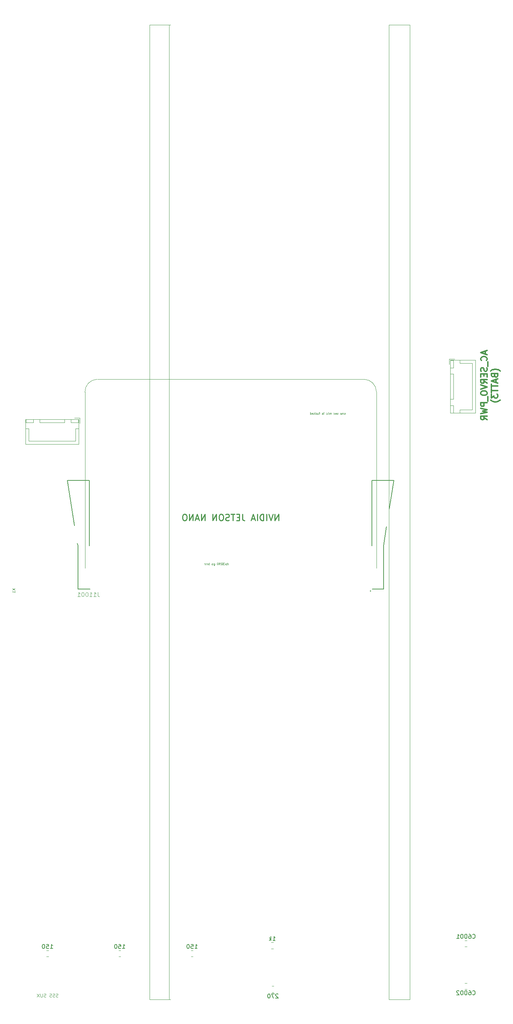
<source format=gbr>
%TF.GenerationSoftware,KiCad,Pcbnew,5.1.5+dfsg1-2build2*%
%TF.CreationDate,2020-11-09T16:20:19-06:00*%
%TF.ProjectId,TARS-MK1,54415253-2d4d-44b3-912e-6b696361645f,rev?*%
%TF.SameCoordinates,Original*%
%TF.FileFunction,Legend,Bot*%
%TF.FilePolarity,Positive*%
%FSLAX46Y46*%
G04 Gerber Fmt 4.6, Leading zero omitted, Abs format (unit mm)*
G04 Created by KiCad (PCBNEW 5.1.5+dfsg1-2build2) date 2020-11-09 16:20:19*
%MOMM*%
%LPD*%
G04 APERTURE LIST*
%ADD10C,0.100000*%
%ADD11C,0.300000*%
%ADD12C,0.050000*%
%ADD13C,0.120000*%
%ADD14C,0.127000*%
%ADD15C,0.200000*%
%ADD16C,0.150000*%
%ADD17C,0.015000*%
%ADD18C,0.250000*%
G04 APERTURE END LIST*
D10*
X210507670Y-271809249D02*
X210393384Y-271847344D01*
X210202908Y-271847344D01*
X210126718Y-271809249D01*
X210088622Y-271771154D01*
X210050527Y-271694963D01*
X210050527Y-271618773D01*
X210088622Y-271542582D01*
X210126718Y-271504487D01*
X210202908Y-271466392D01*
X210355289Y-271428297D01*
X210431480Y-271390201D01*
X210469575Y-271352106D01*
X210507670Y-271275916D01*
X210507670Y-271199725D01*
X210469575Y-271123535D01*
X210431480Y-271085440D01*
X210355289Y-271047344D01*
X210164813Y-271047344D01*
X210050527Y-271085440D01*
X209745765Y-271809249D02*
X209631480Y-271847344D01*
X209441003Y-271847344D01*
X209364813Y-271809249D01*
X209326718Y-271771154D01*
X209288622Y-271694963D01*
X209288622Y-271618773D01*
X209326718Y-271542582D01*
X209364813Y-271504487D01*
X209441003Y-271466392D01*
X209593384Y-271428297D01*
X209669575Y-271390201D01*
X209707670Y-271352106D01*
X209745765Y-271275916D01*
X209745765Y-271199725D01*
X209707670Y-271123535D01*
X209669575Y-271085440D01*
X209593384Y-271047344D01*
X209402908Y-271047344D01*
X209288622Y-271085440D01*
X208983860Y-271809249D02*
X208869575Y-271847344D01*
X208679099Y-271847344D01*
X208602908Y-271809249D01*
X208564813Y-271771154D01*
X208526718Y-271694963D01*
X208526718Y-271618773D01*
X208564813Y-271542582D01*
X208602908Y-271504487D01*
X208679099Y-271466392D01*
X208831480Y-271428297D01*
X208907670Y-271390201D01*
X208945765Y-271352106D01*
X208983860Y-271275916D01*
X208983860Y-271199725D01*
X208945765Y-271123535D01*
X208907670Y-271085440D01*
X208831480Y-271047344D01*
X208641003Y-271047344D01*
X208526718Y-271085440D01*
X207612432Y-271809249D02*
X207498146Y-271847344D01*
X207307670Y-271847344D01*
X207231480Y-271809249D01*
X207193384Y-271771154D01*
X207155289Y-271694963D01*
X207155289Y-271618773D01*
X207193384Y-271542582D01*
X207231480Y-271504487D01*
X207307670Y-271466392D01*
X207460051Y-271428297D01*
X207536241Y-271390201D01*
X207574337Y-271352106D01*
X207612432Y-271275916D01*
X207612432Y-271199725D01*
X207574337Y-271123535D01*
X207536241Y-271085440D01*
X207460051Y-271047344D01*
X207269575Y-271047344D01*
X207155289Y-271085440D01*
X206812432Y-271047344D02*
X206812432Y-271694963D01*
X206774337Y-271771154D01*
X206736241Y-271809249D01*
X206660051Y-271847344D01*
X206507670Y-271847344D01*
X206431480Y-271809249D01*
X206393384Y-271771154D01*
X206355289Y-271694963D01*
X206355289Y-271047344D01*
X206050527Y-271047344D02*
X205517194Y-271847344D01*
X205517194Y-271047344D02*
X206050527Y-271847344D01*
D11*
X312568880Y-117851228D02*
X312568880Y-118565514D01*
X312997451Y-117708371D02*
X311497451Y-118208371D01*
X312997451Y-118708371D01*
X312854594Y-120065514D02*
X312926022Y-119994085D01*
X312997451Y-119779800D01*
X312997451Y-119636942D01*
X312926022Y-119422657D01*
X312783165Y-119279800D01*
X312640308Y-119208371D01*
X312354594Y-119136942D01*
X312140308Y-119136942D01*
X311854594Y-119208371D01*
X311711737Y-119279800D01*
X311568880Y-119422657D01*
X311497451Y-119636942D01*
X311497451Y-119779800D01*
X311568880Y-119994085D01*
X311640308Y-120065514D01*
X313140308Y-120351228D02*
X313140308Y-121494085D01*
X312926022Y-121779800D02*
X312997451Y-121994085D01*
X312997451Y-122351228D01*
X312926022Y-122494085D01*
X312854594Y-122565514D01*
X312711737Y-122636942D01*
X312568880Y-122636942D01*
X312426022Y-122565514D01*
X312354594Y-122494085D01*
X312283165Y-122351228D01*
X312211737Y-122065514D01*
X312140308Y-121922657D01*
X312068880Y-121851228D01*
X311926022Y-121779800D01*
X311783165Y-121779800D01*
X311640308Y-121851228D01*
X311568880Y-121922657D01*
X311497451Y-122065514D01*
X311497451Y-122422657D01*
X311568880Y-122636942D01*
X312211737Y-123279800D02*
X312211737Y-123779800D01*
X312997451Y-123994085D02*
X312997451Y-123279800D01*
X311497451Y-123279800D01*
X311497451Y-123994085D01*
X312997451Y-125494085D02*
X312283165Y-124994085D01*
X312997451Y-124636942D02*
X311497451Y-124636942D01*
X311497451Y-125208371D01*
X311568880Y-125351228D01*
X311640308Y-125422657D01*
X311783165Y-125494085D01*
X311997451Y-125494085D01*
X312140308Y-125422657D01*
X312211737Y-125351228D01*
X312283165Y-125208371D01*
X312283165Y-124636942D01*
X311497451Y-125922657D02*
X312997451Y-126422657D01*
X311497451Y-126922657D01*
X311497451Y-127708371D02*
X311497451Y-127994085D01*
X311568880Y-128136942D01*
X311711737Y-128279800D01*
X311997451Y-128351228D01*
X312497451Y-128351228D01*
X312783165Y-128279800D01*
X312926022Y-128136942D01*
X312997451Y-127994085D01*
X312997451Y-127708371D01*
X312926022Y-127565514D01*
X312783165Y-127422657D01*
X312497451Y-127351228D01*
X311997451Y-127351228D01*
X311711737Y-127422657D01*
X311568880Y-127565514D01*
X311497451Y-127708371D01*
X313140308Y-128636942D02*
X313140308Y-129779800D01*
X312997451Y-130136942D02*
X311497451Y-130136942D01*
X311497451Y-130708371D01*
X311568880Y-130851228D01*
X311640308Y-130922657D01*
X311783165Y-130994085D01*
X311997451Y-130994085D01*
X312140308Y-130922657D01*
X312211737Y-130851228D01*
X312283165Y-130708371D01*
X312283165Y-130136942D01*
X311497451Y-131494085D02*
X312997451Y-131851228D01*
X311926022Y-132136942D01*
X312997451Y-132422657D01*
X311497451Y-132779800D01*
X312997451Y-134208371D02*
X312283165Y-133708371D01*
X312997451Y-133351228D02*
X311497451Y-133351228D01*
X311497451Y-133922657D01*
X311568880Y-134065514D01*
X311640308Y-134136942D01*
X311783165Y-134208371D01*
X311997451Y-134208371D01*
X312140308Y-134136942D01*
X312211737Y-134065514D01*
X312283165Y-133922657D01*
X312283165Y-133351228D01*
X316118880Y-122565514D02*
X316047451Y-122494085D01*
X315833165Y-122351228D01*
X315690308Y-122279800D01*
X315476022Y-122208371D01*
X315118880Y-122136942D01*
X314833165Y-122136942D01*
X314476022Y-122208371D01*
X314261737Y-122279800D01*
X314118880Y-122351228D01*
X313904594Y-122494085D01*
X313833165Y-122565514D01*
X314761737Y-123636942D02*
X314833165Y-123851228D01*
X314904594Y-123922657D01*
X315047451Y-123994085D01*
X315261737Y-123994085D01*
X315404594Y-123922657D01*
X315476022Y-123851228D01*
X315547451Y-123708371D01*
X315547451Y-123136942D01*
X314047451Y-123136942D01*
X314047451Y-123636942D01*
X314118880Y-123779800D01*
X314190308Y-123851228D01*
X314333165Y-123922657D01*
X314476022Y-123922657D01*
X314618880Y-123851228D01*
X314690308Y-123779800D01*
X314761737Y-123636942D01*
X314761737Y-123136942D01*
X315118880Y-124565514D02*
X315118880Y-125279800D01*
X315547451Y-124422657D02*
X314047451Y-124922657D01*
X315547451Y-125422657D01*
X314047451Y-125708371D02*
X314047451Y-126565514D01*
X315547451Y-126136942D02*
X314047451Y-126136942D01*
X314047451Y-126851228D02*
X314047451Y-127708371D01*
X315547451Y-127279800D02*
X314047451Y-127279800D01*
X314047451Y-128065514D02*
X314047451Y-128994085D01*
X314618880Y-128494085D01*
X314618880Y-128708371D01*
X314690308Y-128851228D01*
X314761737Y-128922657D01*
X314904594Y-128994085D01*
X315261737Y-128994085D01*
X315404594Y-128922657D01*
X315476022Y-128851228D01*
X315547451Y-128708371D01*
X315547451Y-128279800D01*
X315476022Y-128136942D01*
X315404594Y-128065514D01*
X316118880Y-129494085D02*
X316047451Y-129565514D01*
X315833165Y-129708371D01*
X315690308Y-129779800D01*
X315476022Y-129851228D01*
X315118880Y-129922657D01*
X314833165Y-129922657D01*
X314476022Y-129851228D01*
X314261737Y-129779800D01*
X314118880Y-129708371D01*
X313904594Y-129565514D01*
X313833165Y-129494085D01*
D12*
X251218742Y-168780670D02*
X251218742Y-168447337D01*
X251218742Y-168542575D02*
X251194933Y-168494956D01*
X251171123Y-168471146D01*
X251123504Y-168447337D01*
X251075885Y-168447337D01*
X250980647Y-168447337D02*
X250790171Y-168447337D01*
X250909219Y-168280670D02*
X250909219Y-168709241D01*
X250885409Y-168756860D01*
X250837790Y-168780670D01*
X250790171Y-168780670D01*
X250671123Y-168780670D02*
X250409219Y-168447337D01*
X250671123Y-168447337D02*
X250409219Y-168780670D01*
X250266361Y-168280670D02*
X249956838Y-168280670D01*
X250123504Y-168471146D01*
X250052076Y-168471146D01*
X250004457Y-168494956D01*
X249980647Y-168518765D01*
X249956838Y-168566384D01*
X249956838Y-168685432D01*
X249980647Y-168733051D01*
X250004457Y-168756860D01*
X250052076Y-168780670D01*
X250194933Y-168780670D01*
X250242552Y-168756860D01*
X250266361Y-168733051D01*
X249647314Y-168280670D02*
X249599695Y-168280670D01*
X249552076Y-168304480D01*
X249528266Y-168328289D01*
X249504457Y-168375908D01*
X249480647Y-168471146D01*
X249480647Y-168590194D01*
X249504457Y-168685432D01*
X249528266Y-168733051D01*
X249552076Y-168756860D01*
X249599695Y-168780670D01*
X249647314Y-168780670D01*
X249694933Y-168756860D01*
X249718742Y-168733051D01*
X249742552Y-168685432D01*
X249766361Y-168590194D01*
X249766361Y-168471146D01*
X249742552Y-168375908D01*
X249718742Y-168328289D01*
X249694933Y-168304480D01*
X249647314Y-168280670D01*
X249242552Y-168780670D02*
X249147314Y-168780670D01*
X249099695Y-168756860D01*
X249075885Y-168733051D01*
X249028266Y-168661622D01*
X249004457Y-168566384D01*
X249004457Y-168375908D01*
X249028266Y-168328289D01*
X249052076Y-168304480D01*
X249099695Y-168280670D01*
X249194933Y-168280670D01*
X249242552Y-168304480D01*
X249266361Y-168328289D01*
X249290171Y-168375908D01*
X249290171Y-168494956D01*
X249266361Y-168542575D01*
X249242552Y-168566384D01*
X249194933Y-168590194D01*
X249099695Y-168590194D01*
X249052076Y-168566384D01*
X249028266Y-168542575D01*
X249004457Y-168494956D01*
X248694933Y-168280670D02*
X248647314Y-168280670D01*
X248599695Y-168304480D01*
X248575885Y-168328289D01*
X248552076Y-168375908D01*
X248528266Y-168471146D01*
X248528266Y-168590194D01*
X248552076Y-168685432D01*
X248575885Y-168733051D01*
X248599695Y-168756860D01*
X248647314Y-168780670D01*
X248694933Y-168780670D01*
X248742552Y-168756860D01*
X248766361Y-168733051D01*
X248790171Y-168685432D01*
X248813980Y-168590194D01*
X248813980Y-168471146D01*
X248790171Y-168375908D01*
X248766361Y-168328289D01*
X248742552Y-168304480D01*
X248694933Y-168280670D01*
X247718742Y-168447337D02*
X247718742Y-168852099D01*
X247742552Y-168899718D01*
X247766361Y-168923527D01*
X247813980Y-168947337D01*
X247885409Y-168947337D01*
X247933028Y-168923527D01*
X247718742Y-168756860D02*
X247766361Y-168780670D01*
X247861600Y-168780670D01*
X247909219Y-168756860D01*
X247933028Y-168733051D01*
X247956838Y-168685432D01*
X247956838Y-168542575D01*
X247933028Y-168494956D01*
X247909219Y-168471146D01*
X247861600Y-168447337D01*
X247766361Y-168447337D01*
X247718742Y-168471146D01*
X247409219Y-168780670D02*
X247456838Y-168756860D01*
X247480647Y-168733051D01*
X247504457Y-168685432D01*
X247504457Y-168542575D01*
X247480647Y-168494956D01*
X247456838Y-168471146D01*
X247409219Y-168447337D01*
X247337790Y-168447337D01*
X247290171Y-168471146D01*
X247266361Y-168494956D01*
X247242552Y-168542575D01*
X247242552Y-168685432D01*
X247266361Y-168733051D01*
X247290171Y-168756860D01*
X247337790Y-168780670D01*
X247409219Y-168780670D01*
X246647314Y-168780670D02*
X246647314Y-168280670D01*
X246647314Y-168471146D02*
X246599695Y-168447337D01*
X246504457Y-168447337D01*
X246456838Y-168471146D01*
X246433028Y-168494956D01*
X246409219Y-168542575D01*
X246409219Y-168685432D01*
X246433028Y-168733051D01*
X246456838Y-168756860D01*
X246504457Y-168780670D01*
X246599695Y-168780670D01*
X246647314Y-168756860D01*
X246194933Y-168780670D02*
X246194933Y-168447337D01*
X246194933Y-168542575D02*
X246171123Y-168494956D01*
X246147314Y-168471146D01*
X246099695Y-168447337D01*
X246052076Y-168447337D01*
X245885409Y-168780670D02*
X245885409Y-168447337D01*
X245885409Y-168542575D02*
X245861600Y-168494956D01*
X245837790Y-168471146D01*
X245790171Y-168447337D01*
X245742552Y-168447337D01*
X245575885Y-168780670D02*
X245575885Y-168447337D01*
X245575885Y-168542575D02*
X245552076Y-168494956D01*
X245528266Y-168471146D01*
X245480647Y-168447337D01*
X245433028Y-168447337D01*
X279013333Y-132936190D02*
X279060952Y-132912380D01*
X279084761Y-132888571D01*
X279108571Y-132840952D01*
X279108571Y-132698095D01*
X279084761Y-132650476D01*
X279060952Y-132626666D01*
X279013333Y-132602857D01*
X278941904Y-132602857D01*
X278894285Y-132626666D01*
X278870476Y-132650476D01*
X278846666Y-132698095D01*
X278846666Y-132840952D01*
X278870476Y-132888571D01*
X278894285Y-132912380D01*
X278941904Y-132936190D01*
X279013333Y-132936190D01*
X278632380Y-132602857D02*
X278632380Y-132936190D01*
X278632380Y-132650476D02*
X278608571Y-132626666D01*
X278560952Y-132602857D01*
X278489523Y-132602857D01*
X278441904Y-132626666D01*
X278418095Y-132674285D01*
X278418095Y-132936190D01*
X277989523Y-132912380D02*
X278037142Y-132936190D01*
X278132380Y-132936190D01*
X278180000Y-132912380D01*
X278203809Y-132864761D01*
X278203809Y-132674285D01*
X278180000Y-132626666D01*
X278132380Y-132602857D01*
X278037142Y-132602857D01*
X277989523Y-132626666D01*
X277965714Y-132674285D01*
X277965714Y-132721904D01*
X278203809Y-132769523D01*
X277394285Y-132912380D02*
X277346666Y-132936190D01*
X277251428Y-132936190D01*
X277203809Y-132912380D01*
X277180000Y-132864761D01*
X277180000Y-132840952D01*
X277203809Y-132793333D01*
X277251428Y-132769523D01*
X277322857Y-132769523D01*
X277370476Y-132745714D01*
X277394285Y-132698095D01*
X277394285Y-132674285D01*
X277370476Y-132626666D01*
X277322857Y-132602857D01*
X277251428Y-132602857D01*
X277203809Y-132626666D01*
X276775238Y-132912380D02*
X276822857Y-132936190D01*
X276918095Y-132936190D01*
X276965714Y-132912380D01*
X276989523Y-132864761D01*
X276989523Y-132674285D01*
X276965714Y-132626666D01*
X276918095Y-132602857D01*
X276822857Y-132602857D01*
X276775238Y-132626666D01*
X276751428Y-132674285D01*
X276751428Y-132721904D01*
X276989523Y-132769523D01*
X276322857Y-132912380D02*
X276370476Y-132936190D01*
X276465714Y-132936190D01*
X276513333Y-132912380D01*
X276537142Y-132888571D01*
X276560952Y-132840952D01*
X276560952Y-132698095D01*
X276537142Y-132650476D01*
X276513333Y-132626666D01*
X276465714Y-132602857D01*
X276370476Y-132602857D01*
X276322857Y-132626666D01*
X275727619Y-132936190D02*
X275727619Y-132602857D01*
X275727619Y-132650476D02*
X275703809Y-132626666D01*
X275656190Y-132602857D01*
X275584761Y-132602857D01*
X275537142Y-132626666D01*
X275513333Y-132674285D01*
X275513333Y-132936190D01*
X275513333Y-132674285D02*
X275489523Y-132626666D01*
X275441904Y-132602857D01*
X275370476Y-132602857D01*
X275322857Y-132626666D01*
X275299047Y-132674285D01*
X275299047Y-132936190D01*
X275060952Y-132936190D02*
X275060952Y-132602857D01*
X275060952Y-132436190D02*
X275084761Y-132460000D01*
X275060952Y-132483809D01*
X275037142Y-132460000D01*
X275060952Y-132436190D01*
X275060952Y-132483809D01*
X274608571Y-132912380D02*
X274656190Y-132936190D01*
X274751428Y-132936190D01*
X274799047Y-132912380D01*
X274822857Y-132888571D01*
X274846666Y-132840952D01*
X274846666Y-132698095D01*
X274822857Y-132650476D01*
X274799047Y-132626666D01*
X274751428Y-132602857D01*
X274656190Y-132602857D01*
X274608571Y-132626666D01*
X274013333Y-132936190D02*
X274013333Y-132602857D01*
X274013333Y-132436190D02*
X274037142Y-132460000D01*
X274013333Y-132483809D01*
X273989523Y-132460000D01*
X274013333Y-132436190D01*
X274013333Y-132483809D01*
X273799047Y-132912380D02*
X273751428Y-132936190D01*
X273656190Y-132936190D01*
X273608571Y-132912380D01*
X273584761Y-132864761D01*
X273584761Y-132840952D01*
X273608571Y-132793333D01*
X273656190Y-132769523D01*
X273727619Y-132769523D01*
X273775238Y-132745714D01*
X273799047Y-132698095D01*
X273799047Y-132674285D01*
X273775238Y-132626666D01*
X273727619Y-132602857D01*
X273656190Y-132602857D01*
X273608571Y-132626666D01*
X273060952Y-132602857D02*
X272870476Y-132602857D01*
X272989523Y-132936190D02*
X272989523Y-132507619D01*
X272965714Y-132460000D01*
X272918095Y-132436190D01*
X272870476Y-132436190D01*
X272489523Y-132602857D02*
X272489523Y-132936190D01*
X272703809Y-132602857D02*
X272703809Y-132864761D01*
X272680000Y-132912380D01*
X272632380Y-132936190D01*
X272560952Y-132936190D01*
X272513333Y-132912380D01*
X272489523Y-132888571D01*
X272037142Y-132912380D02*
X272084761Y-132936190D01*
X272180000Y-132936190D01*
X272227619Y-132912380D01*
X272251428Y-132888571D01*
X272275238Y-132840952D01*
X272275238Y-132698095D01*
X272251428Y-132650476D01*
X272227619Y-132626666D01*
X272180000Y-132602857D01*
X272084761Y-132602857D01*
X272037142Y-132626666D01*
X271822857Y-132936190D02*
X271822857Y-132436190D01*
X271775238Y-132745714D02*
X271632380Y-132936190D01*
X271632380Y-132602857D02*
X271822857Y-132793333D01*
X271227619Y-132912380D02*
X271275238Y-132936190D01*
X271370476Y-132936190D01*
X271418095Y-132912380D01*
X271441904Y-132864761D01*
X271441904Y-132674285D01*
X271418095Y-132626666D01*
X271370476Y-132602857D01*
X271275238Y-132602857D01*
X271227619Y-132626666D01*
X271203809Y-132674285D01*
X271203809Y-132721904D01*
X271441904Y-132769523D01*
X270775238Y-132936190D02*
X270775238Y-132436190D01*
X270775238Y-132912380D02*
X270822857Y-132936190D01*
X270918095Y-132936190D01*
X270965714Y-132912380D01*
X270989523Y-132888571D01*
X271013333Y-132840952D01*
X271013333Y-132698095D01*
X270989523Y-132650476D01*
X270965714Y-132626666D01*
X270918095Y-132602857D01*
X270822857Y-132602857D01*
X270775238Y-132626666D01*
D13*
X289532000Y-40000000D02*
X289535000Y-272410000D01*
X289578000Y-272410000D02*
X294575000Y-272410000D01*
X289575000Y-40000000D02*
X294575000Y-40000000D01*
X294575000Y-272410000D02*
X294575000Y-40000000D01*
X232428000Y-272410000D02*
X237425000Y-272410000D01*
X232425000Y-40000000D02*
X237425000Y-40000000D01*
X237025000Y-272410000D02*
X237025000Y-40000000D01*
X232425000Y-40000000D02*
X232428000Y-272410000D01*
%TO.C,C6002*%
X307688748Y-269945000D02*
X308211252Y-269945000D01*
X307688748Y-268525000D02*
X308211252Y-268525000D01*
%TO.C,C6001*%
X308211252Y-258365000D02*
X307688748Y-258365000D01*
X308211252Y-259785000D02*
X307688748Y-259785000D01*
%TO.C,R3005*%
X207789936Y-260753000D02*
X208244064Y-260753000D01*
X207789936Y-262223000D02*
X208244064Y-262223000D01*
%TO.C,R3004*%
X225029936Y-260753000D02*
X225484064Y-260753000D01*
X225029936Y-262223000D02*
X225484064Y-262223000D01*
%TO.C,R3003*%
X242314936Y-260753000D02*
X242769064Y-260753000D01*
X242314936Y-262223000D02*
X242769064Y-262223000D01*
%TO.C,R3002*%
X261478936Y-258848000D02*
X261933064Y-258848000D01*
X261478936Y-260318000D02*
X261933064Y-260318000D01*
%TO.C,R3001*%
X261605936Y-269262000D02*
X262060064Y-269262000D01*
X261605936Y-270732000D02*
X262060064Y-270732000D01*
D14*
%TO.C,J11001*%
X218165000Y-174540000D02*
X215260000Y-174540000D01*
X215260000Y-174540000D02*
X215260000Y-164240000D01*
X212760000Y-148690000D02*
X218010000Y-148690000D01*
X218010000Y-148690000D02*
X218010000Y-164240000D01*
X285510000Y-164240000D02*
X285510000Y-148690000D01*
X285510000Y-148690000D02*
X290760000Y-148690000D01*
X288260000Y-164240000D02*
X288260000Y-174540000D01*
X288260000Y-174540000D02*
X285605000Y-174540000D01*
D15*
X285235000Y-175040000D02*
G75*
G03X285235000Y-175040000I-100000J0D01*
G01*
D14*
X215260000Y-164240000D02*
X215160000Y-163640000D01*
X212760000Y-148690000D02*
X214490000Y-159435000D01*
X288260000Y-164240000D02*
X288995000Y-159670000D01*
X290760000Y-148690000D02*
X289675000Y-155440000D01*
D13*
X219960000Y-124540000D02*
X283560000Y-124540000D01*
X216960000Y-127540000D02*
X216960000Y-169540000D01*
X286560000Y-127540000D02*
X286560000Y-169540000D01*
X286560000Y-127540000D02*
G75*
G03X283560000Y-124540000I-3000000J0D01*
G01*
X219870000Y-124540000D02*
G75*
G03X216960000Y-127630000I90000J-3000000D01*
G01*
%TO.C,J6008*%
X304220000Y-119990000D02*
X310190000Y-119990000D01*
X310190000Y-119990000D02*
X310190000Y-132610000D01*
X310190000Y-132610000D02*
X304220000Y-132610000D01*
X304220000Y-132610000D02*
X304220000Y-119990000D01*
X304230000Y-123300000D02*
X304980000Y-123300000D01*
X304980000Y-123300000D02*
X304980000Y-129300000D01*
X304980000Y-129300000D02*
X304230000Y-129300000D01*
X304230000Y-129300000D02*
X304230000Y-123300000D01*
X304230000Y-120000000D02*
X304980000Y-120000000D01*
X304980000Y-120000000D02*
X304980000Y-121800000D01*
X304980000Y-121800000D02*
X304230000Y-121800000D01*
X304230000Y-121800000D02*
X304230000Y-120000000D01*
X304230000Y-130800000D02*
X304980000Y-130800000D01*
X304980000Y-130800000D02*
X304980000Y-132600000D01*
X304980000Y-132600000D02*
X304230000Y-132600000D01*
X304230000Y-132600000D02*
X304230000Y-130800000D01*
X306480000Y-120000000D02*
X306480000Y-120750000D01*
X306480000Y-120750000D02*
X309430000Y-120750000D01*
X309430000Y-120750000D02*
X309430000Y-126300000D01*
X306480000Y-132600000D02*
X306480000Y-131850000D01*
X306480000Y-131850000D02*
X309430000Y-131850000D01*
X309430000Y-131850000D02*
X309430000Y-126300000D01*
X303930000Y-120950000D02*
X303930000Y-119700000D01*
X303930000Y-119700000D02*
X305180000Y-119700000D01*
%TO.C,J6001*%
X215427640Y-134060000D02*
X215427640Y-140030000D01*
X215427640Y-140030000D02*
X202807640Y-140030000D01*
X202807640Y-140030000D02*
X202807640Y-134060000D01*
X202807640Y-134060000D02*
X215427640Y-134060000D01*
X212117640Y-134070000D02*
X212117640Y-134820000D01*
X212117640Y-134820000D02*
X206117640Y-134820000D01*
X206117640Y-134820000D02*
X206117640Y-134070000D01*
X206117640Y-134070000D02*
X212117640Y-134070000D01*
X215417640Y-134070000D02*
X215417640Y-134820000D01*
X215417640Y-134820000D02*
X213617640Y-134820000D01*
X213617640Y-134820000D02*
X213617640Y-134070000D01*
X213617640Y-134070000D02*
X215417640Y-134070000D01*
X204617640Y-134070000D02*
X204617640Y-134820000D01*
X204617640Y-134820000D02*
X202817640Y-134820000D01*
X202817640Y-134820000D02*
X202817640Y-134070000D01*
X202817640Y-134070000D02*
X204617640Y-134070000D01*
X215417640Y-136320000D02*
X214667640Y-136320000D01*
X214667640Y-136320000D02*
X214667640Y-139270000D01*
X214667640Y-139270000D02*
X209117640Y-139270000D01*
X202817640Y-136320000D02*
X203567640Y-136320000D01*
X203567640Y-136320000D02*
X203567640Y-139270000D01*
X203567640Y-139270000D02*
X209117640Y-139270000D01*
X214467640Y-133770000D02*
X215717640Y-133770000D01*
X215717640Y-133770000D02*
X215717640Y-135020000D01*
%TO.C,C6002*%
D16*
X309545238Y-271242142D02*
X309592857Y-271289761D01*
X309735714Y-271337380D01*
X309830952Y-271337380D01*
X309973809Y-271289761D01*
X310069047Y-271194523D01*
X310116666Y-271099285D01*
X310164285Y-270908809D01*
X310164285Y-270765952D01*
X310116666Y-270575476D01*
X310069047Y-270480238D01*
X309973809Y-270385000D01*
X309830952Y-270337380D01*
X309735714Y-270337380D01*
X309592857Y-270385000D01*
X309545238Y-270432619D01*
X308688095Y-270337380D02*
X308878571Y-270337380D01*
X308973809Y-270385000D01*
X309021428Y-270432619D01*
X309116666Y-270575476D01*
X309164285Y-270765952D01*
X309164285Y-271146904D01*
X309116666Y-271242142D01*
X309069047Y-271289761D01*
X308973809Y-271337380D01*
X308783333Y-271337380D01*
X308688095Y-271289761D01*
X308640476Y-271242142D01*
X308592857Y-271146904D01*
X308592857Y-270908809D01*
X308640476Y-270813571D01*
X308688095Y-270765952D01*
X308783333Y-270718333D01*
X308973809Y-270718333D01*
X309069047Y-270765952D01*
X309116666Y-270813571D01*
X309164285Y-270908809D01*
X307973809Y-270337380D02*
X307878571Y-270337380D01*
X307783333Y-270385000D01*
X307735714Y-270432619D01*
X307688095Y-270527857D01*
X307640476Y-270718333D01*
X307640476Y-270956428D01*
X307688095Y-271146904D01*
X307735714Y-271242142D01*
X307783333Y-271289761D01*
X307878571Y-271337380D01*
X307973809Y-271337380D01*
X308069047Y-271289761D01*
X308116666Y-271242142D01*
X308164285Y-271146904D01*
X308211904Y-270956428D01*
X308211904Y-270718333D01*
X308164285Y-270527857D01*
X308116666Y-270432619D01*
X308069047Y-270385000D01*
X307973809Y-270337380D01*
X307021428Y-270337380D02*
X306926190Y-270337380D01*
X306830952Y-270385000D01*
X306783333Y-270432619D01*
X306735714Y-270527857D01*
X306688095Y-270718333D01*
X306688095Y-270956428D01*
X306735714Y-271146904D01*
X306783333Y-271242142D01*
X306830952Y-271289761D01*
X306926190Y-271337380D01*
X307021428Y-271337380D01*
X307116666Y-271289761D01*
X307164285Y-271242142D01*
X307211904Y-271146904D01*
X307259523Y-270956428D01*
X307259523Y-270718333D01*
X307211904Y-270527857D01*
X307164285Y-270432619D01*
X307116666Y-270385000D01*
X307021428Y-270337380D01*
X306307142Y-270432619D02*
X306259523Y-270385000D01*
X306164285Y-270337380D01*
X305926190Y-270337380D01*
X305830952Y-270385000D01*
X305783333Y-270432619D01*
X305735714Y-270527857D01*
X305735714Y-270623095D01*
X305783333Y-270765952D01*
X306354761Y-271337380D01*
X305735714Y-271337380D01*
%TO.C,C6001*%
X309545238Y-257782142D02*
X309592857Y-257829761D01*
X309735714Y-257877380D01*
X309830952Y-257877380D01*
X309973809Y-257829761D01*
X310069047Y-257734523D01*
X310116666Y-257639285D01*
X310164285Y-257448809D01*
X310164285Y-257305952D01*
X310116666Y-257115476D01*
X310069047Y-257020238D01*
X309973809Y-256925000D01*
X309830952Y-256877380D01*
X309735714Y-256877380D01*
X309592857Y-256925000D01*
X309545238Y-256972619D01*
X308688095Y-256877380D02*
X308878571Y-256877380D01*
X308973809Y-256925000D01*
X309021428Y-256972619D01*
X309116666Y-257115476D01*
X309164285Y-257305952D01*
X309164285Y-257686904D01*
X309116666Y-257782142D01*
X309069047Y-257829761D01*
X308973809Y-257877380D01*
X308783333Y-257877380D01*
X308688095Y-257829761D01*
X308640476Y-257782142D01*
X308592857Y-257686904D01*
X308592857Y-257448809D01*
X308640476Y-257353571D01*
X308688095Y-257305952D01*
X308783333Y-257258333D01*
X308973809Y-257258333D01*
X309069047Y-257305952D01*
X309116666Y-257353571D01*
X309164285Y-257448809D01*
X307973809Y-256877380D02*
X307878571Y-256877380D01*
X307783333Y-256925000D01*
X307735714Y-256972619D01*
X307688095Y-257067857D01*
X307640476Y-257258333D01*
X307640476Y-257496428D01*
X307688095Y-257686904D01*
X307735714Y-257782142D01*
X307783333Y-257829761D01*
X307878571Y-257877380D01*
X307973809Y-257877380D01*
X308069047Y-257829761D01*
X308116666Y-257782142D01*
X308164285Y-257686904D01*
X308211904Y-257496428D01*
X308211904Y-257258333D01*
X308164285Y-257067857D01*
X308116666Y-256972619D01*
X308069047Y-256925000D01*
X307973809Y-256877380D01*
X307021428Y-256877380D02*
X306926190Y-256877380D01*
X306830952Y-256925000D01*
X306783333Y-256972619D01*
X306735714Y-257067857D01*
X306688095Y-257258333D01*
X306688095Y-257496428D01*
X306735714Y-257686904D01*
X306783333Y-257782142D01*
X306830952Y-257829761D01*
X306926190Y-257877380D01*
X307021428Y-257877380D01*
X307116666Y-257829761D01*
X307164285Y-257782142D01*
X307211904Y-257686904D01*
X307259523Y-257496428D01*
X307259523Y-257258333D01*
X307211904Y-257067857D01*
X307164285Y-256972619D01*
X307116666Y-256925000D01*
X307021428Y-256877380D01*
X305735714Y-257877380D02*
X306307142Y-257877380D01*
X306021428Y-257877380D02*
X306021428Y-256877380D01*
X306116666Y-257020238D01*
X306211904Y-257115476D01*
X306307142Y-257163095D01*
%TO.C,R3005*%
X208683666Y-260290380D02*
X209255095Y-260290380D01*
X208969380Y-260290380D02*
X208969380Y-259290380D01*
X209064619Y-259433238D01*
X209159857Y-259528476D01*
X209255095Y-259576095D01*
X207778904Y-259290380D02*
X208255095Y-259290380D01*
X208302714Y-259766571D01*
X208255095Y-259718952D01*
X208159857Y-259671333D01*
X207921761Y-259671333D01*
X207826523Y-259718952D01*
X207778904Y-259766571D01*
X207731285Y-259861809D01*
X207731285Y-260099904D01*
X207778904Y-260195142D01*
X207826523Y-260242761D01*
X207921761Y-260290380D01*
X208159857Y-260290380D01*
X208255095Y-260242761D01*
X208302714Y-260195142D01*
X207112238Y-259290380D02*
X207017000Y-259290380D01*
X206921761Y-259338000D01*
X206874142Y-259385619D01*
X206826523Y-259480857D01*
X206778904Y-259671333D01*
X206778904Y-259909428D01*
X206826523Y-260099904D01*
X206874142Y-260195142D01*
X206921761Y-260242761D01*
X207017000Y-260290380D01*
X207112238Y-260290380D01*
X207207476Y-260242761D01*
X207255095Y-260195142D01*
X207302714Y-260099904D01*
X207350333Y-259909428D01*
X207350333Y-259671333D01*
X207302714Y-259480857D01*
X207255095Y-259385619D01*
X207207476Y-259338000D01*
X207112238Y-259290380D01*
%TO.C,R3004*%
X225923666Y-260290380D02*
X226495095Y-260290380D01*
X226209380Y-260290380D02*
X226209380Y-259290380D01*
X226304619Y-259433238D01*
X226399857Y-259528476D01*
X226495095Y-259576095D01*
X225018904Y-259290380D02*
X225495095Y-259290380D01*
X225542714Y-259766571D01*
X225495095Y-259718952D01*
X225399857Y-259671333D01*
X225161761Y-259671333D01*
X225066523Y-259718952D01*
X225018904Y-259766571D01*
X224971285Y-259861809D01*
X224971285Y-260099904D01*
X225018904Y-260195142D01*
X225066523Y-260242761D01*
X225161761Y-260290380D01*
X225399857Y-260290380D01*
X225495095Y-260242761D01*
X225542714Y-260195142D01*
X224352238Y-259290380D02*
X224257000Y-259290380D01*
X224161761Y-259338000D01*
X224114142Y-259385619D01*
X224066523Y-259480857D01*
X224018904Y-259671333D01*
X224018904Y-259909428D01*
X224066523Y-260099904D01*
X224114142Y-260195142D01*
X224161761Y-260242761D01*
X224257000Y-260290380D01*
X224352238Y-260290380D01*
X224447476Y-260242761D01*
X224495095Y-260195142D01*
X224542714Y-260099904D01*
X224590333Y-259909428D01*
X224590333Y-259671333D01*
X224542714Y-259480857D01*
X224495095Y-259385619D01*
X224447476Y-259338000D01*
X224352238Y-259290380D01*
%TO.C,R3003*%
X243208666Y-260290380D02*
X243780095Y-260290380D01*
X243494380Y-260290380D02*
X243494380Y-259290380D01*
X243589619Y-259433238D01*
X243684857Y-259528476D01*
X243780095Y-259576095D01*
X242303904Y-259290380D02*
X242780095Y-259290380D01*
X242827714Y-259766571D01*
X242780095Y-259718952D01*
X242684857Y-259671333D01*
X242446761Y-259671333D01*
X242351523Y-259718952D01*
X242303904Y-259766571D01*
X242256285Y-259861809D01*
X242256285Y-260099904D01*
X242303904Y-260195142D01*
X242351523Y-260242761D01*
X242446761Y-260290380D01*
X242684857Y-260290380D01*
X242780095Y-260242761D01*
X242827714Y-260195142D01*
X241637238Y-259290380D02*
X241542000Y-259290380D01*
X241446761Y-259338000D01*
X241399142Y-259385619D01*
X241351523Y-259480857D01*
X241303904Y-259671333D01*
X241303904Y-259909428D01*
X241351523Y-260099904D01*
X241399142Y-260195142D01*
X241446761Y-260242761D01*
X241542000Y-260290380D01*
X241637238Y-260290380D01*
X241732476Y-260242761D01*
X241780095Y-260195142D01*
X241827714Y-260099904D01*
X241875333Y-259909428D01*
X241875333Y-259671333D01*
X241827714Y-259480857D01*
X241780095Y-259385619D01*
X241732476Y-259338000D01*
X241637238Y-259290380D01*
%TO.C,R3002*%
X261825047Y-258385380D02*
X262396476Y-258385380D01*
X262110761Y-258385380D02*
X262110761Y-257385380D01*
X262206000Y-257528238D01*
X262301238Y-257623476D01*
X262396476Y-257671095D01*
X261396476Y-258385380D02*
X261396476Y-257385380D01*
X261301238Y-258004428D02*
X261015523Y-258385380D01*
X261015523Y-257718714D02*
X261396476Y-258099666D01*
%TO.C,R3001*%
X263071095Y-271195619D02*
X263023476Y-271148000D01*
X262928238Y-271100380D01*
X262690142Y-271100380D01*
X262594904Y-271148000D01*
X262547285Y-271195619D01*
X262499666Y-271290857D01*
X262499666Y-271386095D01*
X262547285Y-271528952D01*
X263118714Y-272100380D01*
X262499666Y-272100380D01*
X262166333Y-271100380D02*
X261499666Y-271100380D01*
X261928238Y-272100380D01*
X260928238Y-271100380D02*
X260833000Y-271100380D01*
X260737761Y-271148000D01*
X260690142Y-271195619D01*
X260642523Y-271290857D01*
X260594904Y-271481333D01*
X260594904Y-271719428D01*
X260642523Y-271909904D01*
X260690142Y-272005142D01*
X260737761Y-272052761D01*
X260833000Y-272100380D01*
X260928238Y-272100380D01*
X261023476Y-272052761D01*
X261071095Y-272005142D01*
X261118714Y-271909904D01*
X261166333Y-271719428D01*
X261166333Y-271481333D01*
X261118714Y-271290857D01*
X261071095Y-271195619D01*
X261023476Y-271148000D01*
X260928238Y-271100380D01*
%TO.C,X1*%
D17*
X199598723Y-174381304D02*
X200238723Y-174807971D01*
X199598723Y-174807971D02*
X200238723Y-174381304D01*
X200238723Y-175387019D02*
X200238723Y-175021304D01*
X200238723Y-175204161D02*
X199598723Y-175204161D01*
X199690152Y-175143209D01*
X199751104Y-175082257D01*
X199781580Y-175021304D01*
%TO.C,J11001*%
X220018095Y-175342380D02*
X220018095Y-176056666D01*
X220065714Y-176199523D01*
X220160952Y-176294761D01*
X220303809Y-176342380D01*
X220399047Y-176342380D01*
X219018095Y-176342380D02*
X219589523Y-176342380D01*
X219303809Y-176342380D02*
X219303809Y-175342380D01*
X219399047Y-175485238D01*
X219494285Y-175580476D01*
X219589523Y-175628095D01*
X218065714Y-176342380D02*
X218637142Y-176342380D01*
X218351428Y-176342380D02*
X218351428Y-175342380D01*
X218446666Y-175485238D01*
X218541904Y-175580476D01*
X218637142Y-175628095D01*
X217446666Y-175342380D02*
X217351428Y-175342380D01*
X217256190Y-175390000D01*
X217208571Y-175437619D01*
X217160952Y-175532857D01*
X217113333Y-175723333D01*
X217113333Y-175961428D01*
X217160952Y-176151904D01*
X217208571Y-176247142D01*
X217256190Y-176294761D01*
X217351428Y-176342380D01*
X217446666Y-176342380D01*
X217541904Y-176294761D01*
X217589523Y-176247142D01*
X217637142Y-176151904D01*
X217684761Y-175961428D01*
X217684761Y-175723333D01*
X217637142Y-175532857D01*
X217589523Y-175437619D01*
X217541904Y-175390000D01*
X217446666Y-175342380D01*
X216494285Y-175342380D02*
X216399047Y-175342380D01*
X216303809Y-175390000D01*
X216256190Y-175437619D01*
X216208571Y-175532857D01*
X216160952Y-175723333D01*
X216160952Y-175961428D01*
X216208571Y-176151904D01*
X216256190Y-176247142D01*
X216303809Y-176294761D01*
X216399047Y-176342380D01*
X216494285Y-176342380D01*
X216589523Y-176294761D01*
X216637142Y-176247142D01*
X216684761Y-176151904D01*
X216732380Y-175961428D01*
X216732380Y-175723333D01*
X216684761Y-175532857D01*
X216637142Y-175437619D01*
X216589523Y-175390000D01*
X216494285Y-175342380D01*
X215208571Y-176342380D02*
X215780000Y-176342380D01*
X215494285Y-176342380D02*
X215494285Y-175342380D01*
X215589523Y-175485238D01*
X215684761Y-175580476D01*
X215780000Y-175628095D01*
D18*
X263188571Y-158218571D02*
X263188571Y-156718571D01*
X262331428Y-158218571D01*
X262331428Y-156718571D01*
X261831428Y-156718571D02*
X261331428Y-158218571D01*
X260831428Y-156718571D01*
X260331428Y-158218571D02*
X260331428Y-156718571D01*
X259617142Y-158218571D02*
X259617142Y-156718571D01*
X259260000Y-156718571D01*
X259045714Y-156790000D01*
X258902857Y-156932857D01*
X258831428Y-157075714D01*
X258760000Y-157361428D01*
X258760000Y-157575714D01*
X258831428Y-157861428D01*
X258902857Y-158004285D01*
X259045714Y-158147142D01*
X259260000Y-158218571D01*
X259617142Y-158218571D01*
X258117142Y-158218571D02*
X258117142Y-156718571D01*
X257474285Y-157790000D02*
X256760000Y-157790000D01*
X257617142Y-158218571D02*
X257117142Y-156718571D01*
X256617142Y-158218571D01*
X254545714Y-156718571D02*
X254545714Y-157790000D01*
X254617142Y-158004285D01*
X254760000Y-158147142D01*
X254974285Y-158218571D01*
X255117142Y-158218571D01*
X253831428Y-157432857D02*
X253331428Y-157432857D01*
X253117142Y-158218571D02*
X253831428Y-158218571D01*
X253831428Y-156718571D01*
X253117142Y-156718571D01*
X252688571Y-156718571D02*
X251831428Y-156718571D01*
X252260000Y-158218571D02*
X252260000Y-156718571D01*
X251402857Y-158147142D02*
X251188571Y-158218571D01*
X250831428Y-158218571D01*
X250688571Y-158147142D01*
X250617142Y-158075714D01*
X250545714Y-157932857D01*
X250545714Y-157790000D01*
X250617142Y-157647142D01*
X250688571Y-157575714D01*
X250831428Y-157504285D01*
X251117142Y-157432857D01*
X251260000Y-157361428D01*
X251331428Y-157290000D01*
X251402857Y-157147142D01*
X251402857Y-157004285D01*
X251331428Y-156861428D01*
X251260000Y-156790000D01*
X251117142Y-156718571D01*
X250760000Y-156718571D01*
X250545714Y-156790000D01*
X249617142Y-156718571D02*
X249331428Y-156718571D01*
X249188571Y-156790000D01*
X249045714Y-156932857D01*
X248974285Y-157218571D01*
X248974285Y-157718571D01*
X249045714Y-158004285D01*
X249188571Y-158147142D01*
X249331428Y-158218571D01*
X249617142Y-158218571D01*
X249760000Y-158147142D01*
X249902857Y-158004285D01*
X249974285Y-157718571D01*
X249974285Y-157218571D01*
X249902857Y-156932857D01*
X249760000Y-156790000D01*
X249617142Y-156718571D01*
X248331428Y-158218571D02*
X248331428Y-156718571D01*
X247474285Y-158218571D01*
X247474285Y-156718571D01*
X245617142Y-158218571D02*
X245617142Y-156718571D01*
X244760000Y-158218571D01*
X244760000Y-156718571D01*
X244117142Y-157790000D02*
X243402857Y-157790000D01*
X244260000Y-158218571D02*
X243760000Y-156718571D01*
X243260000Y-158218571D01*
X242760000Y-158218571D02*
X242760000Y-156718571D01*
X241902857Y-158218571D01*
X241902857Y-156718571D01*
X240902857Y-156718571D02*
X240617142Y-156718571D01*
X240474285Y-156790000D01*
X240331428Y-156932857D01*
X240260000Y-157218571D01*
X240260000Y-157718571D01*
X240331428Y-158004285D01*
X240474285Y-158147142D01*
X240617142Y-158218571D01*
X240902857Y-158218571D01*
X241045714Y-158147142D01*
X241188571Y-158004285D01*
X241260000Y-157718571D01*
X241260000Y-157218571D01*
X241188571Y-156932857D01*
X241045714Y-156790000D01*
X240902857Y-156718571D01*
%TD*%
M02*

</source>
